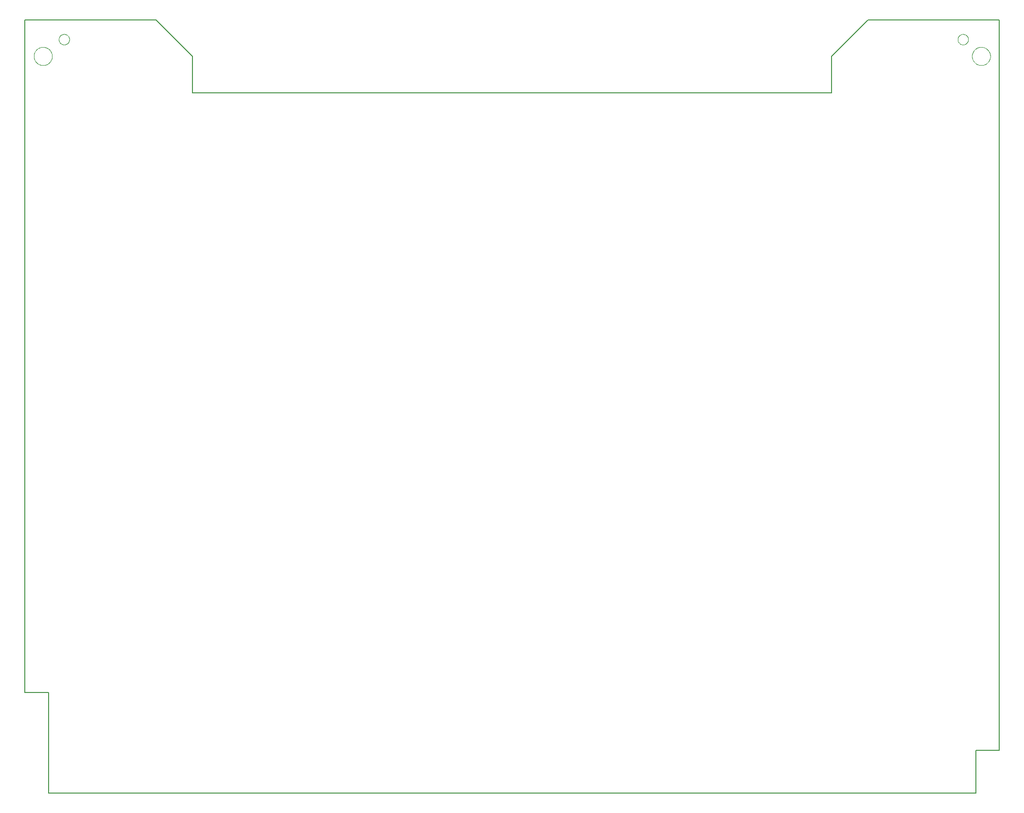
<source format=gko>
G75*
%MOIN*%
%OFA0B0*%
%FSLAX25Y25*%
%IPPOS*%
%LPD*%
%AMOC8*
5,1,8,0,0,1.08239X$1,22.5*
%
%ADD10C,0.00500*%
%ADD11C,0.00000*%
D10*
X0032800Y0001250D02*
X0668600Y0001250D01*
X0668600Y0030750D01*
X0684800Y0030750D01*
X0684800Y0531850D01*
X0594800Y0531850D01*
X0569800Y0506850D01*
X0569800Y0481850D01*
X0131300Y0481850D01*
X0131300Y0506850D01*
X0106300Y0531850D01*
X0016300Y0531850D01*
X0016300Y0070350D01*
X0032800Y0070350D01*
X0032800Y0001250D01*
D11*
X0022550Y0506850D02*
X0022552Y0507008D01*
X0022558Y0507165D01*
X0022568Y0507323D01*
X0022582Y0507480D01*
X0022600Y0507636D01*
X0022621Y0507793D01*
X0022647Y0507948D01*
X0022677Y0508103D01*
X0022710Y0508257D01*
X0022748Y0508410D01*
X0022789Y0508563D01*
X0022834Y0508714D01*
X0022883Y0508864D01*
X0022936Y0509012D01*
X0022992Y0509160D01*
X0023053Y0509305D01*
X0023116Y0509450D01*
X0023184Y0509592D01*
X0023255Y0509733D01*
X0023329Y0509872D01*
X0023407Y0510009D01*
X0023489Y0510144D01*
X0023573Y0510277D01*
X0023662Y0510408D01*
X0023753Y0510536D01*
X0023848Y0510663D01*
X0023945Y0510786D01*
X0024046Y0510908D01*
X0024150Y0511026D01*
X0024257Y0511142D01*
X0024367Y0511255D01*
X0024479Y0511366D01*
X0024595Y0511473D01*
X0024713Y0511578D01*
X0024833Y0511680D01*
X0024956Y0511778D01*
X0025082Y0511874D01*
X0025210Y0511966D01*
X0025340Y0512055D01*
X0025472Y0512141D01*
X0025607Y0512223D01*
X0025744Y0512302D01*
X0025882Y0512377D01*
X0026022Y0512449D01*
X0026165Y0512517D01*
X0026308Y0512582D01*
X0026454Y0512643D01*
X0026601Y0512700D01*
X0026749Y0512754D01*
X0026899Y0512804D01*
X0027049Y0512850D01*
X0027201Y0512892D01*
X0027354Y0512931D01*
X0027508Y0512965D01*
X0027663Y0512996D01*
X0027818Y0513022D01*
X0027974Y0513045D01*
X0028131Y0513064D01*
X0028288Y0513079D01*
X0028445Y0513090D01*
X0028603Y0513097D01*
X0028761Y0513100D01*
X0028918Y0513099D01*
X0029076Y0513094D01*
X0029233Y0513085D01*
X0029391Y0513072D01*
X0029547Y0513055D01*
X0029704Y0513034D01*
X0029859Y0513010D01*
X0030014Y0512981D01*
X0030169Y0512948D01*
X0030322Y0512912D01*
X0030475Y0512871D01*
X0030626Y0512827D01*
X0030776Y0512779D01*
X0030925Y0512728D01*
X0031073Y0512672D01*
X0031219Y0512613D01*
X0031364Y0512550D01*
X0031507Y0512483D01*
X0031648Y0512413D01*
X0031787Y0512340D01*
X0031925Y0512263D01*
X0032061Y0512182D01*
X0032194Y0512098D01*
X0032325Y0512011D01*
X0032454Y0511920D01*
X0032581Y0511826D01*
X0032706Y0511729D01*
X0032827Y0511629D01*
X0032947Y0511526D01*
X0033063Y0511420D01*
X0033177Y0511311D01*
X0033289Y0511199D01*
X0033397Y0511085D01*
X0033502Y0510967D01*
X0033605Y0510847D01*
X0033704Y0510725D01*
X0033800Y0510600D01*
X0033893Y0510472D01*
X0033983Y0510343D01*
X0034069Y0510211D01*
X0034153Y0510077D01*
X0034232Y0509941D01*
X0034309Y0509803D01*
X0034381Y0509663D01*
X0034450Y0509521D01*
X0034516Y0509378D01*
X0034578Y0509233D01*
X0034636Y0509086D01*
X0034691Y0508938D01*
X0034742Y0508789D01*
X0034789Y0508638D01*
X0034832Y0508487D01*
X0034871Y0508334D01*
X0034907Y0508180D01*
X0034938Y0508026D01*
X0034966Y0507871D01*
X0034990Y0507715D01*
X0035010Y0507558D01*
X0035026Y0507401D01*
X0035038Y0507244D01*
X0035046Y0507087D01*
X0035050Y0506929D01*
X0035050Y0506771D01*
X0035046Y0506613D01*
X0035038Y0506456D01*
X0035026Y0506299D01*
X0035010Y0506142D01*
X0034990Y0505985D01*
X0034966Y0505829D01*
X0034938Y0505674D01*
X0034907Y0505520D01*
X0034871Y0505366D01*
X0034832Y0505213D01*
X0034789Y0505062D01*
X0034742Y0504911D01*
X0034691Y0504762D01*
X0034636Y0504614D01*
X0034578Y0504467D01*
X0034516Y0504322D01*
X0034450Y0504179D01*
X0034381Y0504037D01*
X0034309Y0503897D01*
X0034232Y0503759D01*
X0034153Y0503623D01*
X0034069Y0503489D01*
X0033983Y0503357D01*
X0033893Y0503228D01*
X0033800Y0503100D01*
X0033704Y0502975D01*
X0033605Y0502853D01*
X0033502Y0502733D01*
X0033397Y0502615D01*
X0033289Y0502501D01*
X0033177Y0502389D01*
X0033063Y0502280D01*
X0032947Y0502174D01*
X0032827Y0502071D01*
X0032706Y0501971D01*
X0032581Y0501874D01*
X0032454Y0501780D01*
X0032325Y0501689D01*
X0032194Y0501602D01*
X0032061Y0501518D01*
X0031925Y0501437D01*
X0031787Y0501360D01*
X0031648Y0501287D01*
X0031507Y0501217D01*
X0031364Y0501150D01*
X0031219Y0501087D01*
X0031073Y0501028D01*
X0030925Y0500972D01*
X0030776Y0500921D01*
X0030626Y0500873D01*
X0030475Y0500829D01*
X0030322Y0500788D01*
X0030169Y0500752D01*
X0030014Y0500719D01*
X0029859Y0500690D01*
X0029704Y0500666D01*
X0029547Y0500645D01*
X0029391Y0500628D01*
X0029233Y0500615D01*
X0029076Y0500606D01*
X0028918Y0500601D01*
X0028761Y0500600D01*
X0028603Y0500603D01*
X0028445Y0500610D01*
X0028288Y0500621D01*
X0028131Y0500636D01*
X0027974Y0500655D01*
X0027818Y0500678D01*
X0027663Y0500704D01*
X0027508Y0500735D01*
X0027354Y0500769D01*
X0027201Y0500808D01*
X0027049Y0500850D01*
X0026899Y0500896D01*
X0026749Y0500946D01*
X0026601Y0501000D01*
X0026454Y0501057D01*
X0026308Y0501118D01*
X0026165Y0501183D01*
X0026022Y0501251D01*
X0025882Y0501323D01*
X0025744Y0501398D01*
X0025607Y0501477D01*
X0025472Y0501559D01*
X0025340Y0501645D01*
X0025210Y0501734D01*
X0025082Y0501826D01*
X0024956Y0501922D01*
X0024833Y0502020D01*
X0024713Y0502122D01*
X0024595Y0502227D01*
X0024479Y0502334D01*
X0024367Y0502445D01*
X0024257Y0502558D01*
X0024150Y0502674D01*
X0024046Y0502792D01*
X0023945Y0502914D01*
X0023848Y0503037D01*
X0023753Y0503164D01*
X0023662Y0503292D01*
X0023573Y0503423D01*
X0023489Y0503556D01*
X0023407Y0503691D01*
X0023329Y0503828D01*
X0023255Y0503967D01*
X0023184Y0504108D01*
X0023116Y0504250D01*
X0023053Y0504395D01*
X0022992Y0504540D01*
X0022936Y0504688D01*
X0022883Y0504836D01*
X0022834Y0504986D01*
X0022789Y0505137D01*
X0022748Y0505290D01*
X0022710Y0505443D01*
X0022677Y0505597D01*
X0022647Y0505752D01*
X0022621Y0505907D01*
X0022600Y0506064D01*
X0022582Y0506220D01*
X0022568Y0506377D01*
X0022558Y0506535D01*
X0022552Y0506692D01*
X0022550Y0506850D01*
X0039700Y0518350D02*
X0039702Y0518470D01*
X0039708Y0518589D01*
X0039718Y0518708D01*
X0039732Y0518827D01*
X0039750Y0518946D01*
X0039771Y0519063D01*
X0039797Y0519180D01*
X0039827Y0519296D01*
X0039860Y0519411D01*
X0039897Y0519525D01*
X0039938Y0519637D01*
X0039983Y0519748D01*
X0040031Y0519858D01*
X0040083Y0519966D01*
X0040138Y0520072D01*
X0040197Y0520176D01*
X0040260Y0520278D01*
X0040326Y0520378D01*
X0040395Y0520476D01*
X0040467Y0520571D01*
X0040542Y0520664D01*
X0040621Y0520754D01*
X0040702Y0520842D01*
X0040786Y0520927D01*
X0040873Y0521009D01*
X0040963Y0521088D01*
X0041055Y0521165D01*
X0041150Y0521238D01*
X0041247Y0521308D01*
X0041347Y0521374D01*
X0041448Y0521437D01*
X0041552Y0521497D01*
X0041658Y0521554D01*
X0041765Y0521606D01*
X0041874Y0521656D01*
X0041985Y0521701D01*
X0042097Y0521743D01*
X0042210Y0521781D01*
X0042325Y0521815D01*
X0042441Y0521846D01*
X0042557Y0521873D01*
X0042675Y0521895D01*
X0042793Y0521914D01*
X0042912Y0521929D01*
X0043031Y0521940D01*
X0043150Y0521947D01*
X0043270Y0521950D01*
X0043390Y0521949D01*
X0043509Y0521944D01*
X0043629Y0521935D01*
X0043748Y0521922D01*
X0043866Y0521905D01*
X0043984Y0521884D01*
X0044101Y0521860D01*
X0044217Y0521831D01*
X0044332Y0521799D01*
X0044447Y0521763D01*
X0044559Y0521723D01*
X0044671Y0521679D01*
X0044781Y0521631D01*
X0044889Y0521580D01*
X0044995Y0521526D01*
X0045100Y0521468D01*
X0045203Y0521406D01*
X0045303Y0521341D01*
X0045401Y0521273D01*
X0045497Y0521202D01*
X0045591Y0521127D01*
X0045682Y0521049D01*
X0045770Y0520969D01*
X0045856Y0520885D01*
X0045939Y0520799D01*
X0046019Y0520710D01*
X0046096Y0520618D01*
X0046170Y0520524D01*
X0046240Y0520427D01*
X0046308Y0520328D01*
X0046372Y0520227D01*
X0046433Y0520124D01*
X0046490Y0520019D01*
X0046543Y0519912D01*
X0046594Y0519803D01*
X0046640Y0519693D01*
X0046683Y0519581D01*
X0046722Y0519468D01*
X0046757Y0519354D01*
X0046789Y0519238D01*
X0046816Y0519122D01*
X0046840Y0519005D01*
X0046860Y0518887D01*
X0046876Y0518768D01*
X0046888Y0518649D01*
X0046896Y0518529D01*
X0046900Y0518410D01*
X0046900Y0518290D01*
X0046896Y0518171D01*
X0046888Y0518051D01*
X0046876Y0517932D01*
X0046860Y0517813D01*
X0046840Y0517695D01*
X0046816Y0517578D01*
X0046789Y0517462D01*
X0046757Y0517346D01*
X0046722Y0517232D01*
X0046683Y0517119D01*
X0046640Y0517007D01*
X0046594Y0516897D01*
X0046543Y0516788D01*
X0046490Y0516681D01*
X0046433Y0516576D01*
X0046372Y0516473D01*
X0046308Y0516372D01*
X0046240Y0516273D01*
X0046170Y0516176D01*
X0046096Y0516082D01*
X0046019Y0515990D01*
X0045939Y0515901D01*
X0045856Y0515815D01*
X0045770Y0515731D01*
X0045682Y0515651D01*
X0045591Y0515573D01*
X0045497Y0515498D01*
X0045401Y0515427D01*
X0045303Y0515359D01*
X0045203Y0515294D01*
X0045100Y0515232D01*
X0044995Y0515174D01*
X0044889Y0515120D01*
X0044781Y0515069D01*
X0044671Y0515021D01*
X0044559Y0514977D01*
X0044447Y0514937D01*
X0044332Y0514901D01*
X0044217Y0514869D01*
X0044101Y0514840D01*
X0043984Y0514816D01*
X0043866Y0514795D01*
X0043748Y0514778D01*
X0043629Y0514765D01*
X0043509Y0514756D01*
X0043390Y0514751D01*
X0043270Y0514750D01*
X0043150Y0514753D01*
X0043031Y0514760D01*
X0042912Y0514771D01*
X0042793Y0514786D01*
X0042675Y0514805D01*
X0042557Y0514827D01*
X0042441Y0514854D01*
X0042325Y0514885D01*
X0042210Y0514919D01*
X0042097Y0514957D01*
X0041985Y0514999D01*
X0041874Y0515044D01*
X0041765Y0515094D01*
X0041658Y0515146D01*
X0041552Y0515203D01*
X0041448Y0515263D01*
X0041347Y0515326D01*
X0041247Y0515392D01*
X0041150Y0515462D01*
X0041055Y0515535D01*
X0040963Y0515612D01*
X0040873Y0515691D01*
X0040786Y0515773D01*
X0040702Y0515858D01*
X0040621Y0515946D01*
X0040542Y0516036D01*
X0040467Y0516129D01*
X0040395Y0516224D01*
X0040326Y0516322D01*
X0040260Y0516422D01*
X0040197Y0516524D01*
X0040138Y0516628D01*
X0040083Y0516734D01*
X0040031Y0516842D01*
X0039983Y0516952D01*
X0039938Y0517063D01*
X0039897Y0517175D01*
X0039860Y0517289D01*
X0039827Y0517404D01*
X0039797Y0517520D01*
X0039771Y0517637D01*
X0039750Y0517754D01*
X0039732Y0517873D01*
X0039718Y0517992D01*
X0039708Y0518111D01*
X0039702Y0518230D01*
X0039700Y0518350D01*
X0656200Y0518350D02*
X0656202Y0518470D01*
X0656208Y0518589D01*
X0656218Y0518708D01*
X0656232Y0518827D01*
X0656250Y0518946D01*
X0656271Y0519063D01*
X0656297Y0519180D01*
X0656327Y0519296D01*
X0656360Y0519411D01*
X0656397Y0519525D01*
X0656438Y0519637D01*
X0656483Y0519748D01*
X0656531Y0519858D01*
X0656583Y0519966D01*
X0656638Y0520072D01*
X0656697Y0520176D01*
X0656760Y0520278D01*
X0656826Y0520378D01*
X0656895Y0520476D01*
X0656967Y0520571D01*
X0657042Y0520664D01*
X0657121Y0520754D01*
X0657202Y0520842D01*
X0657286Y0520927D01*
X0657373Y0521009D01*
X0657463Y0521088D01*
X0657555Y0521165D01*
X0657650Y0521238D01*
X0657747Y0521308D01*
X0657847Y0521374D01*
X0657948Y0521437D01*
X0658052Y0521497D01*
X0658158Y0521554D01*
X0658265Y0521606D01*
X0658374Y0521656D01*
X0658485Y0521701D01*
X0658597Y0521743D01*
X0658710Y0521781D01*
X0658825Y0521815D01*
X0658941Y0521846D01*
X0659057Y0521873D01*
X0659175Y0521895D01*
X0659293Y0521914D01*
X0659412Y0521929D01*
X0659531Y0521940D01*
X0659650Y0521947D01*
X0659770Y0521950D01*
X0659890Y0521949D01*
X0660009Y0521944D01*
X0660129Y0521935D01*
X0660248Y0521922D01*
X0660366Y0521905D01*
X0660484Y0521884D01*
X0660601Y0521860D01*
X0660717Y0521831D01*
X0660832Y0521799D01*
X0660947Y0521763D01*
X0661059Y0521723D01*
X0661171Y0521679D01*
X0661281Y0521631D01*
X0661389Y0521580D01*
X0661495Y0521526D01*
X0661600Y0521468D01*
X0661703Y0521406D01*
X0661803Y0521341D01*
X0661901Y0521273D01*
X0661997Y0521202D01*
X0662091Y0521127D01*
X0662182Y0521049D01*
X0662270Y0520969D01*
X0662356Y0520885D01*
X0662439Y0520799D01*
X0662519Y0520710D01*
X0662596Y0520618D01*
X0662670Y0520524D01*
X0662740Y0520427D01*
X0662808Y0520328D01*
X0662872Y0520227D01*
X0662933Y0520124D01*
X0662990Y0520019D01*
X0663043Y0519912D01*
X0663094Y0519803D01*
X0663140Y0519693D01*
X0663183Y0519581D01*
X0663222Y0519468D01*
X0663257Y0519354D01*
X0663289Y0519238D01*
X0663316Y0519122D01*
X0663340Y0519005D01*
X0663360Y0518887D01*
X0663376Y0518768D01*
X0663388Y0518649D01*
X0663396Y0518529D01*
X0663400Y0518410D01*
X0663400Y0518290D01*
X0663396Y0518171D01*
X0663388Y0518051D01*
X0663376Y0517932D01*
X0663360Y0517813D01*
X0663340Y0517695D01*
X0663316Y0517578D01*
X0663289Y0517462D01*
X0663257Y0517346D01*
X0663222Y0517232D01*
X0663183Y0517119D01*
X0663140Y0517007D01*
X0663094Y0516897D01*
X0663043Y0516788D01*
X0662990Y0516681D01*
X0662933Y0516576D01*
X0662872Y0516473D01*
X0662808Y0516372D01*
X0662740Y0516273D01*
X0662670Y0516176D01*
X0662596Y0516082D01*
X0662519Y0515990D01*
X0662439Y0515901D01*
X0662356Y0515815D01*
X0662270Y0515731D01*
X0662182Y0515651D01*
X0662091Y0515573D01*
X0661997Y0515498D01*
X0661901Y0515427D01*
X0661803Y0515359D01*
X0661703Y0515294D01*
X0661600Y0515232D01*
X0661495Y0515174D01*
X0661389Y0515120D01*
X0661281Y0515069D01*
X0661171Y0515021D01*
X0661059Y0514977D01*
X0660947Y0514937D01*
X0660832Y0514901D01*
X0660717Y0514869D01*
X0660601Y0514840D01*
X0660484Y0514816D01*
X0660366Y0514795D01*
X0660248Y0514778D01*
X0660129Y0514765D01*
X0660009Y0514756D01*
X0659890Y0514751D01*
X0659770Y0514750D01*
X0659650Y0514753D01*
X0659531Y0514760D01*
X0659412Y0514771D01*
X0659293Y0514786D01*
X0659175Y0514805D01*
X0659057Y0514827D01*
X0658941Y0514854D01*
X0658825Y0514885D01*
X0658710Y0514919D01*
X0658597Y0514957D01*
X0658485Y0514999D01*
X0658374Y0515044D01*
X0658265Y0515094D01*
X0658158Y0515146D01*
X0658052Y0515203D01*
X0657948Y0515263D01*
X0657847Y0515326D01*
X0657747Y0515392D01*
X0657650Y0515462D01*
X0657555Y0515535D01*
X0657463Y0515612D01*
X0657373Y0515691D01*
X0657286Y0515773D01*
X0657202Y0515858D01*
X0657121Y0515946D01*
X0657042Y0516036D01*
X0656967Y0516129D01*
X0656895Y0516224D01*
X0656826Y0516322D01*
X0656760Y0516422D01*
X0656697Y0516524D01*
X0656638Y0516628D01*
X0656583Y0516734D01*
X0656531Y0516842D01*
X0656483Y0516952D01*
X0656438Y0517063D01*
X0656397Y0517175D01*
X0656360Y0517289D01*
X0656327Y0517404D01*
X0656297Y0517520D01*
X0656271Y0517637D01*
X0656250Y0517754D01*
X0656232Y0517873D01*
X0656218Y0517992D01*
X0656208Y0518111D01*
X0656202Y0518230D01*
X0656200Y0518350D01*
X0666050Y0506850D02*
X0666052Y0507008D01*
X0666058Y0507165D01*
X0666068Y0507323D01*
X0666082Y0507480D01*
X0666100Y0507636D01*
X0666121Y0507793D01*
X0666147Y0507948D01*
X0666177Y0508103D01*
X0666210Y0508257D01*
X0666248Y0508410D01*
X0666289Y0508563D01*
X0666334Y0508714D01*
X0666383Y0508864D01*
X0666436Y0509012D01*
X0666492Y0509160D01*
X0666553Y0509305D01*
X0666616Y0509450D01*
X0666684Y0509592D01*
X0666755Y0509733D01*
X0666829Y0509872D01*
X0666907Y0510009D01*
X0666989Y0510144D01*
X0667073Y0510277D01*
X0667162Y0510408D01*
X0667253Y0510536D01*
X0667348Y0510663D01*
X0667445Y0510786D01*
X0667546Y0510908D01*
X0667650Y0511026D01*
X0667757Y0511142D01*
X0667867Y0511255D01*
X0667979Y0511366D01*
X0668095Y0511473D01*
X0668213Y0511578D01*
X0668333Y0511680D01*
X0668456Y0511778D01*
X0668582Y0511874D01*
X0668710Y0511966D01*
X0668840Y0512055D01*
X0668972Y0512141D01*
X0669107Y0512223D01*
X0669244Y0512302D01*
X0669382Y0512377D01*
X0669522Y0512449D01*
X0669665Y0512517D01*
X0669808Y0512582D01*
X0669954Y0512643D01*
X0670101Y0512700D01*
X0670249Y0512754D01*
X0670399Y0512804D01*
X0670549Y0512850D01*
X0670701Y0512892D01*
X0670854Y0512931D01*
X0671008Y0512965D01*
X0671163Y0512996D01*
X0671318Y0513022D01*
X0671474Y0513045D01*
X0671631Y0513064D01*
X0671788Y0513079D01*
X0671945Y0513090D01*
X0672103Y0513097D01*
X0672261Y0513100D01*
X0672418Y0513099D01*
X0672576Y0513094D01*
X0672733Y0513085D01*
X0672891Y0513072D01*
X0673047Y0513055D01*
X0673204Y0513034D01*
X0673359Y0513010D01*
X0673514Y0512981D01*
X0673669Y0512948D01*
X0673822Y0512912D01*
X0673975Y0512871D01*
X0674126Y0512827D01*
X0674276Y0512779D01*
X0674425Y0512728D01*
X0674573Y0512672D01*
X0674719Y0512613D01*
X0674864Y0512550D01*
X0675007Y0512483D01*
X0675148Y0512413D01*
X0675287Y0512340D01*
X0675425Y0512263D01*
X0675561Y0512182D01*
X0675694Y0512098D01*
X0675825Y0512011D01*
X0675954Y0511920D01*
X0676081Y0511826D01*
X0676206Y0511729D01*
X0676327Y0511629D01*
X0676447Y0511526D01*
X0676563Y0511420D01*
X0676677Y0511311D01*
X0676789Y0511199D01*
X0676897Y0511085D01*
X0677002Y0510967D01*
X0677105Y0510847D01*
X0677204Y0510725D01*
X0677300Y0510600D01*
X0677393Y0510472D01*
X0677483Y0510343D01*
X0677569Y0510211D01*
X0677653Y0510077D01*
X0677732Y0509941D01*
X0677809Y0509803D01*
X0677881Y0509663D01*
X0677950Y0509521D01*
X0678016Y0509378D01*
X0678078Y0509233D01*
X0678136Y0509086D01*
X0678191Y0508938D01*
X0678242Y0508789D01*
X0678289Y0508638D01*
X0678332Y0508487D01*
X0678371Y0508334D01*
X0678407Y0508180D01*
X0678438Y0508026D01*
X0678466Y0507871D01*
X0678490Y0507715D01*
X0678510Y0507558D01*
X0678526Y0507401D01*
X0678538Y0507244D01*
X0678546Y0507087D01*
X0678550Y0506929D01*
X0678550Y0506771D01*
X0678546Y0506613D01*
X0678538Y0506456D01*
X0678526Y0506299D01*
X0678510Y0506142D01*
X0678490Y0505985D01*
X0678466Y0505829D01*
X0678438Y0505674D01*
X0678407Y0505520D01*
X0678371Y0505366D01*
X0678332Y0505213D01*
X0678289Y0505062D01*
X0678242Y0504911D01*
X0678191Y0504762D01*
X0678136Y0504614D01*
X0678078Y0504467D01*
X0678016Y0504322D01*
X0677950Y0504179D01*
X0677881Y0504037D01*
X0677809Y0503897D01*
X0677732Y0503759D01*
X0677653Y0503623D01*
X0677569Y0503489D01*
X0677483Y0503357D01*
X0677393Y0503228D01*
X0677300Y0503100D01*
X0677204Y0502975D01*
X0677105Y0502853D01*
X0677002Y0502733D01*
X0676897Y0502615D01*
X0676789Y0502501D01*
X0676677Y0502389D01*
X0676563Y0502280D01*
X0676447Y0502174D01*
X0676327Y0502071D01*
X0676206Y0501971D01*
X0676081Y0501874D01*
X0675954Y0501780D01*
X0675825Y0501689D01*
X0675694Y0501602D01*
X0675561Y0501518D01*
X0675425Y0501437D01*
X0675287Y0501360D01*
X0675148Y0501287D01*
X0675007Y0501217D01*
X0674864Y0501150D01*
X0674719Y0501087D01*
X0674573Y0501028D01*
X0674425Y0500972D01*
X0674276Y0500921D01*
X0674126Y0500873D01*
X0673975Y0500829D01*
X0673822Y0500788D01*
X0673669Y0500752D01*
X0673514Y0500719D01*
X0673359Y0500690D01*
X0673204Y0500666D01*
X0673047Y0500645D01*
X0672891Y0500628D01*
X0672733Y0500615D01*
X0672576Y0500606D01*
X0672418Y0500601D01*
X0672261Y0500600D01*
X0672103Y0500603D01*
X0671945Y0500610D01*
X0671788Y0500621D01*
X0671631Y0500636D01*
X0671474Y0500655D01*
X0671318Y0500678D01*
X0671163Y0500704D01*
X0671008Y0500735D01*
X0670854Y0500769D01*
X0670701Y0500808D01*
X0670549Y0500850D01*
X0670399Y0500896D01*
X0670249Y0500946D01*
X0670101Y0501000D01*
X0669954Y0501057D01*
X0669808Y0501118D01*
X0669665Y0501183D01*
X0669522Y0501251D01*
X0669382Y0501323D01*
X0669244Y0501398D01*
X0669107Y0501477D01*
X0668972Y0501559D01*
X0668840Y0501645D01*
X0668710Y0501734D01*
X0668582Y0501826D01*
X0668456Y0501922D01*
X0668333Y0502020D01*
X0668213Y0502122D01*
X0668095Y0502227D01*
X0667979Y0502334D01*
X0667867Y0502445D01*
X0667757Y0502558D01*
X0667650Y0502674D01*
X0667546Y0502792D01*
X0667445Y0502914D01*
X0667348Y0503037D01*
X0667253Y0503164D01*
X0667162Y0503292D01*
X0667073Y0503423D01*
X0666989Y0503556D01*
X0666907Y0503691D01*
X0666829Y0503828D01*
X0666755Y0503967D01*
X0666684Y0504108D01*
X0666616Y0504250D01*
X0666553Y0504395D01*
X0666492Y0504540D01*
X0666436Y0504688D01*
X0666383Y0504836D01*
X0666334Y0504986D01*
X0666289Y0505137D01*
X0666248Y0505290D01*
X0666210Y0505443D01*
X0666177Y0505597D01*
X0666147Y0505752D01*
X0666121Y0505907D01*
X0666100Y0506064D01*
X0666082Y0506220D01*
X0666068Y0506377D01*
X0666058Y0506535D01*
X0666052Y0506692D01*
X0666050Y0506850D01*
M02*

</source>
